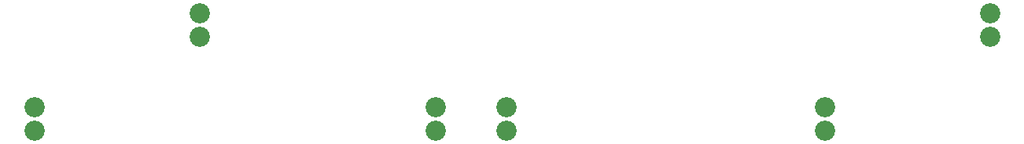
<source format=gbs>
G04 MADE WITH FRITZING*
G04 WWW.FRITZING.ORG*
G04 DOUBLE SIDED*
G04 HOLES PLATED*
G04 CONTOUR ON CENTER OF CONTOUR VECTOR*
%ASAXBY*%
%FSLAX23Y23*%
%MOIN*%
%OFA0B0*%
%SFA1.0B1.0*%
%ADD10C,0.085433*%
%LNMASK0*%
G90*
G70*
G54D10*
X427Y237D03*
X427Y337D03*
X1127Y637D03*
X1127Y737D03*
X2127Y237D03*
X2127Y337D03*
X3777Y337D03*
X3777Y237D03*
X4477Y637D03*
X4477Y737D03*
X2427Y337D03*
X2427Y237D03*
G04 End of Mask0*
M02*
</source>
